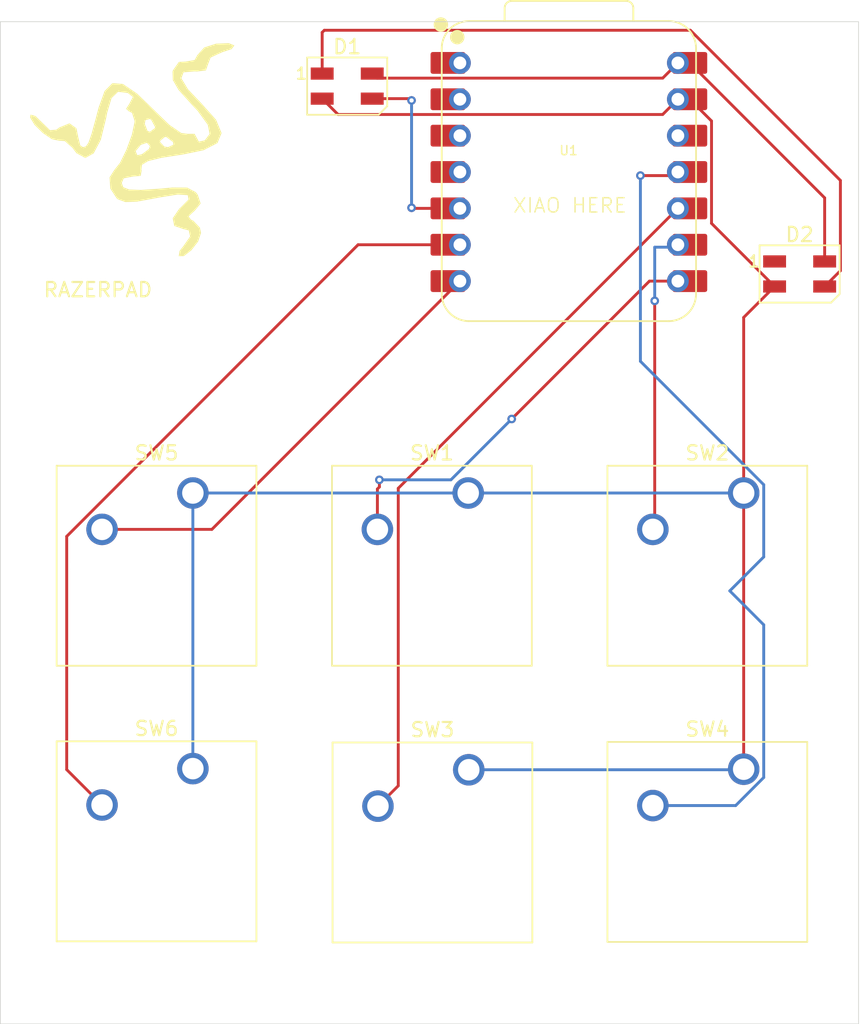
<source format=kicad_pcb>
(kicad_pcb (version 20241229) (generator "pcbnew") (generator_version "9.0")
  (layers (0 "F.Cu" signal) (2 "B.Cu" signal) (13 "F.Paste" user) (15 "B.Paste" user) (5 "F.SilkS" user "F.Silkscreen") (7 "B.SilkS" user "B.Silkscreen") (1 "F.Mask" user) (3 "B.Mask" user) (25 "Edge.Cuts" user))
  (net 0 "")
  (net 1 "GND")
  (net 2 "+5V")
  (net 3 "Net-(D1-DIN)")
  (net 4 "Net-(U1-GPIO4{slash}MISO)")
  (net 5 "Net-(U1-GPIO3{slash}MOSI)")
  (net 6 "Net-(U1-GPIO7{slash}SCL)")
  (net 7 "Net-(U1-GPIO1{slash}RX)")
  (net 8 "Net-(U1-GPIO0{slash}TX)")
  (net 9 "Net-(D1-DOUT)")
  (net 10 "Net-(U1-GPIO2{slash}SCK)")
  (footprint "OPL:XIAO-RP2040-DIP" (layer "F.Cu") (at 158.29 72.98)
    (property "Reference" "U1" (at -0.0244 -1.5 0) (layer "F.SilkS") (effects (font (size 0.635 0.635) (thickness 0.1016))))
    (property "Value" "XIAO-RP2040-DIP")
    (fp_line (start -8.89 8.509) (end -8.89 -8.636) (stroke (width 0.127)) (layer "F.SilkS"))
    (fp_line (start -6.985 10.414) (end 6.985 10.414) (stroke (width 0.127)) (layer "F.SilkS"))
    (fp_line (start -4.495 -10.541) (end -4.491272 -11.451272) (stroke (width 0.127)) (layer "F.SilkS"))
    (fp_line (start -3.991272 -11.951) (end 4.004 -11.951) (stroke (width 0.127)) (layer "F.SilkS"))
    (fp_line (start 4.504 -11.451) (end 4.504 -10.541) (stroke (width 0.127)) (layer "F.SilkS"))
    (fp_line (start 6.985 -10.541) (end -6.985 -10.541) (stroke (width 0.1)) (layer "F.SilkS"))
    (fp_line (start 6.985 -10.541) (end -6.985 -10.541) (stroke (width 0.127)) (layer "F.SilkS"))
    (fp_line (start 8.89 8.509) (end 8.89 -8.636) (stroke (width 0.127)) (layer "F.SilkS"))
    (fp_arc (start -8.89 -8.636) (mid -8.332038 -9.983038) (end -6.985 -10.541) (stroke (width 0.127)) (layer "F.SilkS"))
    (fp_arc (start -6.985 10.414) (mid -8.332038 9.856038) (end -8.89 8.509) (stroke (width 0.127)) (layer "F.SilkS"))
    (fp_arc (start -4.491272 -11.451272) (mid -4.344728 -11.80464) (end -3.991272 -11.951) (stroke (width 0.127)) (layer "F.SilkS"))
    (fp_arc (start 4.004 -11.951) (mid 4.357553 -11.804553) (end 4.504 -11.451) (stroke (width 0.127)) (layer "F.SilkS"))
    (fp_arc (start 6.985 -10.541) (mid 8.332038 -9.983038) (end 8.89 -8.636) (stroke (width 0.127)) (layer "F.SilkS"))
    (fp_arc (start 8.89 8.509) (mid 8.332038 9.856038) (end 6.985 10.414) (stroke (width 0.127)) (layer "F.SilkS"))
    (fp_circle (center -8.95 -10.3) (end -8.95 -10.554) (stroke (width 0.5)) (fill yes) (layer "F.SilkS"))
    (fp_circle (center -7.807 -9.42) (end -7.807 -9.674) (stroke (width 0.5)) (fill yes) (layer "F.SilkS"))
    (pad "1" smd roundrect (at -8.455 -7.62 180) (size 2.432 1.524) (layers "F.Cu" "F.Mask") (roundrect_rratio 0.1))
    (pad "1" thru_hole circle (at -7.62 -7.62 180) (size 1.524 1.524) (drill 0.889) (layers "*.Cu" "*.Mask"))
    (pad "2" smd roundrect (at -8.455 -5.08 180) (size 2.432 1.524) (layers "F.Cu" "F.Mask") (roundrect_rratio 0.1))
    (pad "2" thru_hole circle (at -7.62 -5.08 180) (size 1.524 1.524) (drill 0.889) (layers "*.Cu" "*.Mask"))
    (pad "3" smd roundrect (at -8.455 -2.54 180) (size 2.432 1.524) (layers "F.Cu" "F.Mask") (roundrect_rratio 0.1))
    (pad "3" thru_hole circle (at -7.62 -2.54 180) (size 1.524 1.524) (drill 0.889) (layers "*.Cu" "*.Mask"))
    (pad "4" smd roundrect (at -8.455 0 180) (size 2.432 1.524) (layers "F.Cu" "F.Mask") (roundrect_rratio 0.1))
    (pad "4" thru_hole circle (at -7.62 0 180) (size 1.524 1.524) (drill 0.889) (layers "*.Cu" "*.Mask"))
    (pad "5" smd roundrect (at -8.455 2.54 180) (size 2.432 1.524) (layers "F.Cu" "F.Mask") (roundrect_rratio 0.1) (net 3 "Net-(D1-DIN)"))
    (pad "5" thru_hole circle (at -7.62 2.54 180) (size 1.524 1.524) (drill 0.889) (layers "*.Cu" "*.Mask") (net 3 "Net-(D1-DIN)"))
    (pad "6" smd roundrect (at -8.455 5.08 180) (size 2.432 1.524) (layers "F.Cu" "F.Mask") (roundrect_rratio 0.1) (net 6 "Net-(U1-GPIO7{slash}SCL)"))
    (pad "6" thru_hole circle (at -7.62 5.08 180) (size 1.524 1.524) (drill 0.889) (layers "*.Cu" "*.Mask") (net 6 "Net-(U1-GPIO7{slash}SCL)"))
    (pad "7" smd roundrect (at -8.455 7.62 180) (size 2.432 1.524) (layers "F.Cu" "F.Mask") (roundrect_rratio 0.1) (net 8 "Net-(U1-GPIO0{slash}TX)"))
    (pad "7" thru_hole circle (at -7.62 7.62 180) (size 1.524 1.524) (drill 0.889) (layers "*.Cu" "*.Mask") (net 8 "Net-(U1-GPIO0{slash}TX)"))
    (pad "8" thru_hole circle (at 7.62 7.62) (size 1.524 1.524) (drill 0.889) (layers "*.Cu" "*.Mask") (net 7 "Net-(U1-GPIO1{slash}RX)"))
    (pad "8" smd roundrect (at 8.455 7.62) (size 2.432 1.524) (layers "F.Cu" "F.Mask") (roundrect_rratio 0.1) (net 7 "Net-(U1-GPIO1{slash}RX)"))
    (pad "9" thru_hole circle (at 7.62 5.08) (size 1.524 1.524) (drill 0.889) (layers "*.Cu" "*.Mask") (net 10 "Net-(U1-GPIO2{slash}SCK)"))
    (pad "9" smd roundrect (at 8.455 5.08) (size 2.432 1.524) (layers "F.Cu" "F.Mask") (roundrect_rratio 0.1) (net 10 "Net-(U1-GPIO2{slash}SCK)"))
    (pad "10" thru_hole circle (at 7.62 2.54) (size 1.524 1.524) (drill 0.889) (layers "*.Cu" "*.Mask") (net 4 "Net-(U1-GPIO4{slash}MISO)"))
    (pad "10" smd roundrect (at 8.455 2.54) (size 2.432 1.524) (layers "F.Cu" "F.Mask") (roundrect_rratio 0.1) (net 4 "Net-(U1-GPIO4{slash}MISO)"))
    (pad "11" thru_hole circle (at 7.62 0) (size 1.524 1.524) (drill 0.889) (layers "*.Cu" "*.Mask") (net 5 "Net-(U1-GPIO3{slash}MOSI)"))
    (pad "11" smd roundrect (at 8.455 0) (size 2.432 1.524) (layers "F.Cu" "F.Mask") (roundrect_rratio 0.1) (net 5 "Net-(U1-GPIO3{slash}MOSI)"))
    (pad "12" thru_hole circle (at 7.62 -2.54) (size 1.524 1.524) (drill 0.889) (layers "*.Cu" "*.Mask"))
    (pad "12" smd roundrect (at 8.455 -2.54) (size 2.432 1.524) (layers "F.Cu" "F.Mask") (roundrect_rratio 0.1))
    (pad "13" thru_hole circle (at 7.62 -5.08) (size 1.524 1.524) (drill 0.889) (layers "*.Cu" "*.Mask") (net 1 "GND"))
    (pad "13" smd roundrect (at 8.455 -5.08) (size 2.432 1.524) (layers "F.Cu" "F.Mask") (roundrect_rratio 0.1) (net 1 "GND"))
    (pad "14" thru_hole circle (at 7.62 -7.62) (size 1.524 1.524) (drill 0.889) (layers "*.Cu" "*.Mask") (net 2 "+5V"))
    (pad "14" smd roundrect (at 8.455 -7.62) (size 2.432 1.524) (layers "F.Cu" "F.Mask") (roundrect_rratio 0.1) (net 2 "+5V"))
  )
  (footprint "Button_Switch_Keyboard:SW_Cherry_MX_1.00u_PCB" (layer "F.Cu") (at 151.25085 95.4)
    (property "Reference" "SW1" (at -2.54 -2.794 0) (layer "F.SilkS"))
    (property "Value" "SW_Push")
    (fp_line (start -9.525 -1.905) (end 4.445 -1.905) (stroke (width 0.12)) (layer "F.SilkS"))
    (fp_line (start -9.525 12.065) (end -9.525 -1.905) (stroke (width 0.12)) (layer "F.SilkS"))
    (fp_line (start 4.445 -1.905) (end 4.445 12.065) (stroke (width 0.12)) (layer "F.SilkS"))
    (fp_line (start 4.445 12.065) (end -9.525 12.065) (stroke (width 0.12)) (layer "F.SilkS"))
    (pad "" np_thru_hole circle (at -7.62 5.08) (size 1.7 1.7) (drill 1.7) (layers "*.Cu" "*.Mask"))
    (pad "" np_thru_hole circle (at -2.54 5.08) (size 4 4) (drill 4) (layers "*.Cu" "*.Mask"))
    (pad "" np_thru_hole circle (at 2.54 5.08) (size 1.7 1.7) (drill 1.7) (layers "*.Cu" "*.Mask"))
    (pad "1" thru_hole circle (at 0 0) (size 2.2 2.2) (drill 1.5) (layers "*.Cu" "*.Mask") (net 1 "GND"))
    (pad "2" thru_hole circle (at -6.35 2.54) (size 2.2 2.2) (drill 1.5) (layers "*.Cu" "*.Mask") (net 7 "Net-(U1-GPIO1{slash}RX)"))
  )
  (footprint "Button_Switch_Keyboard:SW_Cherry_MX_1.00u_PCB" (layer "F.Cu") (at 170.5104 95.4)
    (property "Reference" "SW2" (at -2.54 -2.794 0) (layer "F.SilkS"))
    (property "Value" "SW_Push")
    (fp_line (start -9.525 -1.905) (end 4.445 -1.905) (stroke (width 0.12)) (layer "F.SilkS"))
    (fp_line (start -9.525 12.065) (end -9.525 -1.905) (stroke (width 0.12)) (layer "F.SilkS"))
    (fp_line (start 4.445 -1.905) (end 4.445 12.065) (stroke (width 0.12)) (layer "F.SilkS"))
    (fp_line (start 4.445 12.065) (end -9.525 12.065) (stroke (width 0.12)) (layer "F.SilkS"))
    (pad "" np_thru_hole circle (at -7.62 5.08) (size 1.7 1.7) (drill 1.7) (layers "*.Cu" "*.Mask"))
    (pad "" np_thru_hole circle (at -2.54 5.08) (size 4 4) (drill 4) (layers "*.Cu" "*.Mask"))
    (pad "" np_thru_hole circle (at 2.54 5.08) (size 1.7 1.7) (drill 1.7) (layers "*.Cu" "*.Mask"))
    (pad "1" thru_hole circle (at 0 0) (size 2.2 2.2) (drill 1.5) (layers "*.Cu" "*.Mask") (net 1 "GND"))
    (pad "2" thru_hole circle (at -6.35 2.54) (size 2.2 2.2) (drill 1.5) (layers "*.Cu" "*.Mask") (net 10 "Net-(U1-GPIO2{slash}SCK)"))
  )
  (footprint "LOGO" (layer "F.Cu") (at 128.28 71.6)
    (property "Reference" "G***" (hide yes))
    (property "Value" "LOGO" (hide yes))
    (fp_poly (pts (xy 6.621716 -7.460609) (xy 6.430264 -7.204377) (xy 5.769982 -6.986168) (xy 4.961222 -6.615298) (xy 4.783057 -6.152128) (xy 4.633478 -5.716285) (xy 3.988041 -5.63521) (xy 3.845775 -5.648047) (xy 3.07087 -5.583998) (xy 2.915961 -5.166503) (xy 3.380499 -4.398279) (xy 4.292958 -3.442138) (xy 5.343356 -2.267037) (xy 5.728223 -1.341344) (xy 5.439016 -0.640521) (xy 4.46719 -0.140033) (xy 3.040845 0.154123) (xy 1.512534 0.390646) (xy 0.588738 0.618266) (xy 0.160312 0.879247) (xy 0.118108 1.215857) (xy 0.139217 1.277772) (xy 0.068608 1.651536) (xy -0.460967 1.692636) (xy -1.114147 1.821231) (xy -1.252113 2.146479) (xy -1.144217 2.442648) (xy -0.741133 2.599814) (xy 0.076234 2.628579) (xy 1.426979 2.539548) (xy 2.275043 2.460507) (xy 3.322136 2.465846) (xy 3.925325 2.788084) (xy 4.063776 2.972361) (xy 4.264927 3.577606) (xy 3.856655 4.076704) (xy 3.83526 4.092728) (xy 3.417882 4.481736) (xy 3.590843 4.711113) (xy 3.745824 4.77604) (xy 4.214063 5.269167) (xy 4.292958 5.63321) (xy 4.089612 6.230555) (xy 3.619206 6.843746) (xy 3.091188 7.254487) (xy 2.730369 7.261825) (xy 2.788494 6.894092) (xy 3.057881 6.550168) (xy 3.525401 5.88241) (xy 3.43109 5.456319) (xy 3.061958 5.366197) (xy 2.418883 5.146097) (xy 2.31082 4.610587) (xy 2.763543 3.946855) (xy 2.85573 3.868328) (xy 3.420147 3.297626) (xy 3.359241 2.994756) (xy 2.658765 2.954469) (xy 1.304469 3.171516) (xy 1.086974 3.216804) (xy -0.202814 3.451906) (xy -1.00267 3.478653) (xy -1.506993 3.297546) (xy -1.604985 3.223763) (xy -2.052114 2.539183) (xy -2.10783 1.760544) (xy -1.783312 1.248763) (xy -1.375712 0.735417) (xy -0.981368 -0.066834) (xy -0.275844 -0.066834) (xy -0.164076 0.202524) (xy 0.14898 0.140842) (xy 0.641043 -0.224713) (xy 0.715493 -0.425834) (xy 0.505451 -0.660147) (xy 0.077576 -0.51415) (xy -0.264754 -0.097706) (xy -0.275844 -0.066834) (xy -0.981368 -0.066834) (xy -0.923038 -0.185501) (xy -0.730331 -0.715493) (xy 1.430986 -0.715493) (xy 1.722178 -0.40153) (xy 1.988719 -0.357746) (xy 2.359007 -0.531179) (xy 2.325352 -0.715493) (xy 1.867988 -1.059593) (xy 1.767619 -1.073239) (xy 1.440621 -0.800371) (xy 1.430986 -0.715493) (xy -0.730331 -0.715493) (xy -0.544965 -1.225297) (xy -0.383679 -1.988719) (xy 0.357746 -1.988719) (xy 0.544526 -1.499245) (xy 0.715493 -1.430986) (xy 1.063 -1.68775) (xy 1.073239 -1.767619) (xy 0.813194 -2.252128) (xy 0.715493 -2.325352) (xy 0.409226 -2.244251) (xy 0.357746 -1.988719) (xy -0.383679 -1.988719) (xy -0.361167 -2.095276) (xy -0.357746 -2.190168) (xy -0.535353 -2.747018) (xy -0.759297 -2.861972) (xy -0.950791 -3.032081) (xy -0.719006 -3.394358) (xy -0.474457 -3.864565) (xy -0.836944 -4.141552) (xy -1.510205 -4.221219) (xy -1.965233 -3.781874) (xy -2.278042 -2.735849) (xy -2.335769 -2.412914) (xy -2.713264 -0.873875) (xy -3.214679 0.076078) (xy -3.798555 0.400456) (xy -4.423434 0.062772) (xy -4.711435 -0.322051) (xy -5.240986 -0.78281) (xy -5.641323 -0.807928) (xy -6.129416 -0.907999) (xy -6.769919 -1.340567) (xy -7.351053 -1.911264) (xy -7.661042 -2.425718) (xy -7.625963 -2.629436) (xy -7.286987 -2.535802) (xy -6.793775 -2.053432) (xy -6.266736 -1.53951) (xy -5.825033 -1.57829) (xy -5.601745 -1.741697) (xy -4.903963 -2.022561) (xy -4.419805 -1.674118) (xy -4.292958 -1.052126) (xy -4.149335 -0.482203) (xy -3.959319 -0.357746) (xy -3.758059 -0.413531) (xy -3.579012 -0.674763) (xy -3.366687 -1.282264) (xy -3.065593 -2.376853) (xy -2.875286 -3.108707) (xy -2.453564 -4.274212) (xy -1.906046 -4.828292) (xy -1.169714 -4.770296) (xy -0.18155 -4.099572) (xy 0.881917 -3.069842) (xy 2.073503 -1.918303) (xy 2.91042 -1.343397) (xy 3.362605 -1.287806) (xy 3.843647 -1.290534) (xy 3.935211 -1.111514) (xy 4.138234 -0.742281) (xy 4.557923 -0.834356) (xy 4.889259 -1.278638) (xy 4.764191 -1.912143) (xy 4.062044 -2.879208) (xy 3.5895 -3.386329) (xy 2.715799 -4.35505) (xy 2.315384 -5.047757) (xy 2.298436 -5.629849) (xy 2.323422 -5.717862) (xy 2.742215 -6.311768) (xy 3.22335 -6.33483) (xy 3.845779 -6.445398) (xy 4.037358 -6.791408) (xy 4.511945 -7.318653) (xy 5.336077 -7.584566) (xy 6.233296 -7.620012)) (fill yes) (layer "F.SilkS"))
  )
  (footprint "Button_Switch_Keyboard:SW_Cherry_MX_1.00u_PCB" (layer "F.Cu") (at 170.5104 114.69)
    (property "Reference" "SW4" (at -2.54 -2.794 0) (layer "F.SilkS"))
    (property "Value" "SW_Push")
    (fp_line (start -9.525 -1.905) (end 4.445 -1.905) (stroke (width 0.12)) (layer "F.SilkS"))
    (fp_line (start -9.525 12.065) (end -9.525 -1.905) (stroke (width 0.12)) (layer "F.SilkS"))
    (fp_line (start 4.445 -1.905) (end 4.445 12.065) (stroke (width 0.12)) (layer "F.SilkS"))
    (fp_line (start 4.445 12.065) (end -9.525 12.065) (stroke (width 0.12)) (layer "F.SilkS"))
    (pad "" np_thru_hole circle (at -7.62 5.08) (size 1.7 1.7) (drill 1.7) (layers "*.Cu" "*.Mask"))
    (pad "" np_thru_hole circle (at -2.54 5.08) (size 4 4) (drill 4) (layers "*.Cu" "*.Mask"))
    (pad "" np_thru_hole circle (at 2.54 5.08) (size 1.7 1.7) (drill 1.7) (layers "*.Cu" "*.Mask"))
    (pad "1" thru_hole circle (at 0 0) (size 2.2 2.2) (drill 1.5) (layers "*.Cu" "*.Mask") (net 1 "GND"))
    (pad "2" thru_hole circle (at -6.35 2.54) (size 2.2 2.2) (drill 1.5) (layers "*.Cu" "*.Mask") (net 5 "Net-(U1-GPIO3{slash}MOSI)"))
  )
  (footprint "LED_SMD:LED_SK6812MINI_PLCC4_3.5x3.5mm_P1.75mm" (layer "F.Cu") (at 174.422 80.1008)
    (property "Reference" "D2" (at 0 -2.75 0) (layer "F.SilkS"))
    (property "Value" "SK6812MINI")
    (fp_line (start -2.8 -2) (end -2.8 2) (stroke (width 0.12)) (layer "F.SilkS"))
    (fp_line (start -2.8 -2) (end 2.8 -2) (stroke (width 0.12)) (layer "F.SilkS"))
    (fp_line (start -2.8 2) (end 2.2 2) (stroke (width 0.12)) (layer "F.SilkS"))
    (fp_line (start 2.8 1.4) (end 2.2 2) (stroke (width 0.12)) (layer "F.SilkS"))
    (fp_line (start 2.8 1.4) (end 2.8 -2) (stroke (width 0.12)) (layer "F.SilkS"))
    (fp_text user "1" (at -3.2 -0.875 0) (layer "F.SilkS") (effects (font (size 0.8 0.8))))
    (pad "1" smd rect (at -1.75 -0.875) (size 1.6 0.85) (layers "F.Cu" "F.Mask" "F.Paste"))
    (pad "2" smd rect (at -1.75 0.875) (size 1.6 0.85) (layers "F.Cu" "F.Mask" "F.Paste") (net 1 "GND"))
    (pad "3" smd rect (at 1.75 0.875) (size 1.6 0.85) (layers "F.Cu" "F.Mask" "F.Paste") (net 9 "Net-(D1-DOUT)"))
    (pad "4" smd rect (at 1.75 -0.875) (size 1.6 0.85) (layers "F.Cu" "F.Mask" "F.Paste") (net 2 "+5V"))
  )
  (footprint "Button_Switch_Keyboard:SW_Cherry_MX_1.00u_PCB" (layer "F.Cu") (at 132 95.4)
    (property "Reference" "SW5" (at -2.54 -2.794 0) (layer "F.SilkS"))
    (property "Value" "SW_Push")
    (fp_line (start -9.525 -1.905) (end 4.445 -1.905) (stroke (width 0.12)) (layer "F.SilkS"))
    (fp_line (start -9.525 12.065) (end -9.525 -1.905) (stroke (width 0.12)) (layer "F.SilkS"))
    (fp_line (start 4.445 -1.905) (end 4.445 12.065) (stroke (width 0.12)) (layer "F.SilkS"))
    (fp_line (start 4.445 12.065) (end -9.525 12.065) (stroke (width 0.12)) (layer "F.SilkS"))
    (pad "" np_thru_hole circle (at -7.62 5.08) (size 1.7 1.7) (drill 1.7) (layers "*.Cu" "*.Mask"))
    (pad "" np_thru_hole circle (at -2.54 5.08) (size 4 4) (drill 4) (layers "*.Cu" "*.Mask"))
    (pad "" np_thru_hole circle (at 2.54 5.08) (size 1.7 1.7) (drill 1.7) (layers "*.Cu" "*.Mask"))
    (pad "1" thru_hole circle (at 0 0) (size 2.2 2.2) (drill 1.5) (layers "*.Cu" "*.Mask") (net 1 "GND"))
    (pad "2" thru_hole circle (at -6.35 2.54) (size 2.2 2.2) (drill 1.5) (layers "*.Cu" "*.Mask") (net 8 "Net-(U1-GPIO0{slash}TX)"))
  )
  (footprint "LED_SMD:LED_SK6812MINI_PLCC4_3.5x3.5mm_P1.75mm" (layer "F.Cu") (at 142.79 66.98)
    (property "Reference" "D1" (at 0 -2.75 0) (layer "F.SilkS"))
    (property "Value" "SK6812MINI")
    (fp_line (start -2.8 -2) (end -2.8 2) (stroke (width 0.12)) (layer "F.SilkS"))
    (fp_line (start -2.8 -2) (end 2.8 -2) (stroke (width 0.12)) (layer "F.SilkS"))
    (fp_line (start -2.8 2) (end 2.2 2) (stroke (width 0.12)) (layer "F.SilkS"))
    (fp_line (start 2.8 1.4) (end 2.2 2) (stroke (width 0.12)) (layer "F.SilkS"))
    (fp_line (start 2.8 1.4) (end 2.8 -2) (stroke (width 0.12)) (layer "F.SilkS"))
    (fp_text user "1" (at -3.2 -0.875 0) (layer "F.SilkS") (effects (font (size 0.8 0.8))))
    (pad "1" smd rect (at -1.75 -0.875) (size 1.6 0.85) (layers "F.Cu" "F.Mask" "F.Paste") (net 9 "Net-(D1-DOUT)"))
    (pad "2" smd rect (at -1.75 0.875) (size 1.6 0.85) (layers "F.Cu" "F.Mask" "F.Paste") (net 1 "GND"))
    (pad "3" smd rect (at 1.75 0.875) (size 1.6 0.85) (layers "F.Cu" "F.Mask" "F.Paste") (net 3 "Net-(D1-DIN)"))
    (pad "4" smd rect (at 1.75 -0.875) (size 1.6 0.85) (layers "F.Cu" "F.Mask" "F.Paste") (net 2 "+5V"))
  )
  (footprint "Button_Switch_Keyboard:SW_Cherry_MX_1.00u_PCB" (layer "F.Cu") (at 151.29 114.73)
    (property "Reference" "SW3" (at -2.54 -2.794 0) (layer "F.SilkS"))
    (property "Value" "SW_Push")
    (fp_line (start -9.525 -1.905) (end 4.445 -1.905) (stroke (width 0.12)) (layer "F.SilkS"))
    (fp_line (start -9.525 12.065) (end -9.525 -1.905) (stroke (width 0.12)) (layer "F.SilkS"))
    (fp_line (start 4.445 -1.905) (end 4.445 12.065) (stroke (width 0.12)) (layer "F.SilkS"))
    (fp_line (start 4.445 12.065) (end -9.525 12.065) (stroke (width 0.12)) (layer "F.SilkS"))
    (pad "" np_thru_hole circle (at -7.62 5.08) (size 1.7 1.7) (drill 1.7) (layers "*.Cu" "*.Mask"))
    (pad "" np_thru_hole circle (at -2.54 5.08) (size 4 4) (drill 4) (layers "*.Cu" "*.Mask"))
    (pad "" np_thru_hole circle (at 2.54 5.08) (size 1.7 1.7) (drill 1.7) (layers "*.Cu" "*.Mask"))
    (pad "1" thru_hole circle (at 0 0) (size 2.2 2.2) (drill 1.5) (layers "*.Cu" "*.Mask") (net 1 "GND"))
    (pad "2" thru_hole circle (at -6.35 2.54) (size 2.2 2.2) (drill 1.5) (layers "*.Cu" "*.Mask") (net 4 "Net-(U1-GPIO4{slash}MISO)"))
  )
  (footprint "Button_Switch_Keyboard:SW_Cherry_MX_1.00u_PCB" (layer "F.Cu") (at 132 114.65)
    (property "Reference" "SW6" (at -2.54 -2.794 0) (layer "F.SilkS"))
    (property "Value" "SW_Push")
    (fp_line (start -9.525 -1.905) (end 4.445 -1.905) (stroke (width 0.12)) (layer "F.SilkS"))
    (fp_line (start -9.525 12.065) (end -9.525 -1.905) (stroke (width 0.12)) (layer "F.SilkS"))
    (fp_line (start 4.445 -1.905) (end 4.445 12.065) (stroke (width 0.12)) (layer "F.SilkS"))
    (fp_line (start 4.445 12.065) (end -9.525 12.065) (stroke (width 0.12)) (layer "F.SilkS"))
    (pad "" np_thru_hole circle (at -7.62 5.08) (size 1.7 1.7) (drill 1.7) (layers "*.Cu" "*.Mask"))
    (pad "" np_thru_hole circle (at -2.54 5.08) (size 4 4) (drill 4) (layers "*.Cu" "*.Mask"))
    (pad "" np_thru_hole circle (at 2.54 5.08) (size 1.7 1.7) (drill 1.7) (layers "*.Cu" "*.Mask"))
    (pad "1" thru_hole circle (at 0 0) (size 2.2 2.2) (drill 1.5) (layers "*.Cu" "*.Mask") (net 1 "GND"))
    (pad "2" thru_hole circle (at -6.35 2.54) (size 2.2 2.2) (drill 1.5) (layers "*.Cu" "*.Mask") (net 6 "Net-(U1-GPIO7{slash}SCL)"))
  )
  (gr_rect (start 118.54 62.48) (end 178.54 132.48) (stroke (width 0.05)) (fill no) (layer "Edge.Cuts"))
  (gr_text "XIAO HERE" (at 154.32 75.9 0) (layer "F.SilkS") (effects (font (size 1 1) (thickness 0.1)) (justify left bottom)))
  (gr_text "RAZERPAD" (at 121.48 81.79 0) (layer "F.SilkS") (effects (font (size 1 1)) (justify left bottom)))
  (segment (start 172.672 80.9758) (end 168.262 76.5658) (width 0.2) (layer "F.Cu") (net 1))
  (segment (start 166.745 67.9) (end 165.91 67.9) (width 0.2) (layer "F.Cu") (net 1))
  (segment (start 168.262 76.5658) (end 168.262 69.417) (width 0.2) (layer "F.Cu") (net 1))
  (segment (start 170.5104 83.1374) (end 172.672 80.9758) (width 0.2) (layer "F.Cu") (net 1))
  (segment (start 170.5104 114.69) (end 170.5104 95.4) (width 0.2) (layer "F.Cu") (net 1))
  (segment (start 165.91 67.9) (end 164.847 68.963) (width 0.2) (layer "F.Cu") (net 1))
  (segment (start 164.847 68.963) (end 142.148 68.963) (width 0.2) (layer "F.Cu") (net 1))
  (segment (start 142.148 68.963) (end 141.04 67.855) (width 0.2) (layer "F.Cu") (net 1))
  (segment (start 170.5104 95.4) (end 170.5104 83.1374) (width 0.2) (layer "F.Cu") (net 1))
  (segment (start 168.262 69.417) (end 166.745 67.9) (width 0.2) (layer "F.Cu") (net 1))
  (segment (start 132 114.65) (end 132 95.4) (width 0.2) (layer "B.Cu") (net 1))
  (segment (start 151.29 114.73) (end 170.4704 114.73) (width 0.2) (layer "B.Cu") (net 1))
  (segment (start 170.4704 114.73) (end 170.5104 114.69) (width 0.2) (layer "B.Cu") (net 1))
  (segment (start 132 95.4) (end 151.25085 95.4) (width 0.2) (layer "B.Cu") (net 1))
  (segment (start 151.25085 95.4) (end 170.5104 95.4) (width 0.2) (layer "B.Cu") (net 1))
  (segment (start 144.858 66.423) (end 164.847 66.423) (width 0.2) (layer "F.Cu") (net 2))
  (segment (start 164.847 66.423) (end 165.91 65.36) (width 0.2) (layer "F.Cu") (net 2))
  (segment (start 176.172 74.787) (end 166.745 65.36) (width 0.2) (layer "F.Cu") (net 2))
  (segment (start 144.54 66.105) (end 144.858 66.423) (width 0.2) (layer "F.Cu") (net 2))
  (segment (start 176.172 79.2258) (end 176.172 74.787) (width 0.2) (layer "F.Cu") (net 2))
  (segment (start 144.54 67.855) (end 147.165 67.855) (width 0.2) (layer "F.Cu") (net 3))
  (segment (start 147.165 67.855) (end 147.29 67.98) (width 0.2) (layer "F.Cu") (net 3))
  (segment (start 147.29 75.48) (end 147.33 75.52) (width 0.2) (layer "F.Cu") (net 3))
  (segment (start 147.33 75.52) (end 149.835 75.52) (width 0.2) (layer "F.Cu") (net 3))
  (via (at 147.29 75.48) (size 0.6) (drill 0.3) (layers "F.Cu" "B.Cu") (net 3))
  (via (at 147.29 67.98) (size 0.6) (drill 0.3) (layers "F.Cu" "B.Cu") (net 3))
  (segment (start 147.29 67.98) (end 147.29 75.48) (width 0.2) (layer "B.Cu") (net 3))
  (segment (start 146.35985 95.07015) (end 146.35985 115.85015) (width 0.2) (layer "F.Cu") (net 4))
  (segment (start 146.35985 115.85015) (end 144.94 117.27) (width 0.2) (layer "F.Cu") (net 4))
  (segment (start 165.91 75.52) (end 146.35985 95.07015) (width 0.2) (layer "F.Cu") (net 4))
  (segment (start 165.66 73.23) (end 163.29 73.23) (width 0.2) (layer "F.Cu") (net 5))
  (segment (start 165.91 72.98) (end 165.66 73.23) (width 0.2) (layer "F.Cu") (net 5))
  (via (at 163.29 73.23) (size 0.6) (drill 0.3) (layers "F.Cu" "B.Cu") (net 5))
  (segment (start 171.9114 104.606616) (end 171.9114 115.270314) (width 0.2) (layer "B.Cu") (net 5))
  (segment (start 163.29 86.198286) (end 171.9114 94.819686) (width 0.2) (layer "B.Cu") (net 5))
  (segment (start 163.29 73.23) (end 163.29 86.198286) (width 0.2) (layer "B.Cu") (net 5))
  (segment (start 171.9114 115.270314) (end 169.951714 117.23) (width 0.2) (layer "B.Cu") (net 5))
  (segment (start 169.951714 117.23) (end 164.1604 117.23) (width 0.2) (layer "B.Cu") (net 5))
  (segment (start 171.9114 99.863816) (end 169.54 102.235216) (width 0.2) (layer "B.Cu") (net 5))
  (segment (start 169.54 102.235216) (end 171.9114 104.606616) (width 0.2) (layer "B.Cu") (net 5))
  (segment (start 171.9114 94.819686) (end 171.9114 99.863816) (width 0.2) (layer "B.Cu") (net 5))
  (segment (start 123.179 98.429686) (end 123.179 114.719) (width 0.2) (layer "F.Cu") (net 6))
  (segment (start 150.67 78.06) (end 143.548686 78.06) (width 0.2) (layer "F.Cu") (net 6))
  (segment (start 123.179 114.719) (end 125.65 117.19) (width 0.2) (layer "F.Cu") (net 6))
  (segment (start 143.548686 78.06) (end 123.179 98.429686) (width 0.2) (layer "F.Cu") (net 6))
  (segment (start 163.92 80.6) (end 154.29 90.23) (width 0.2) (layer "F.Cu") (net 7))
  (segment (start 165.91 80.6) (end 163.92 80.6) (width 0.2) (layer "F.Cu") (net 7))
  (segment (start 144.90085 95.11915) (end 144.90085 97.94) (width 0.2) (layer "F.Cu") (net 7))
  (segment (start 145.04 94.48) (end 145.04 94.98) (width 0.2) (layer "F.Cu") (net 7))
  (segment (start 145.04 94.98) (end 144.90085 95.11915) (width 0.2) (layer "F.Cu") (net 7))
  (via (at 154.29 90.23) (size 0.6) (drill 0.3) (layers "F.Cu" "B.Cu") (net 7))
  (via (at 145.04 94.48) (size 0.6) (drill 0.3) (layers "F.Cu" "B.Cu") (net 7))
  (segment (start 150.04 94.48) (end 145.04 94.48) (width 0.2) (layer "B.Cu") (net 7))
  (segment (start 154.29 90.23) (end 150.04 94.48) (width 0.2) (layer "B.Cu") (net 7))
  (segment (start 125.65 97.94) (end 133.33 97.94) (width 0.2) (layer "F.Cu") (net 8))
  (segment (start 133.33 97.94) (end 150.67 80.6) (width 0.2) (layer "F.Cu") (net 8))
  (segment (start 177.273 73.569374) (end 166.782626 63.079) (width 0.2) (layer "F.Cu") (net 9))
  (segment (start 177.273 79.8748) (end 177.273 73.569374) (width 0.2) (layer "F.Cu") (net 9))
  (segment (start 166.782626 63.079) (end 141.191 63.079) (width 0.2) (layer "F.Cu") (net 9))
  (segment (start 141.191 63.079) (end 141.04 63.23) (width 0.2) (layer "F.Cu") (net 9))
  (segment (start 141.04 63.23) (end 141.04 66.105) (width 0.2) (layer "F.Cu") (net 9))
  (segment (start 176.172 80.9758) (end 177.273 79.8748) (width 0.2) (layer "F.Cu") (net 9))
  (segment (start 164.29 97.8104) (end 164.29 81.98) (width 0.2) (layer "F.Cu") (net 10))
  (segment (start 164.1604 97.94) (end 164.29 97.8104) (width 0.2) (layer "F.Cu") (net 10))
  (via (at 164.29 81.98) (size 0.6) (drill 0.3) (layers "F.Cu" "B.Cu") (net 10))
  (segment (start 165.74 78.23) (end 165.91 78.06) (width 0.2) (layer "B.Cu") (net 10))
  (segment (start 164.29 81.98) (end 164.29 78.23) (width 0.2) (layer "B.Cu") (net 10))
  (segment (start 164.29 78.23) (end 165.74 78.23) (width 0.2) (layer "B.Cu") (net 10))
)
</source>
